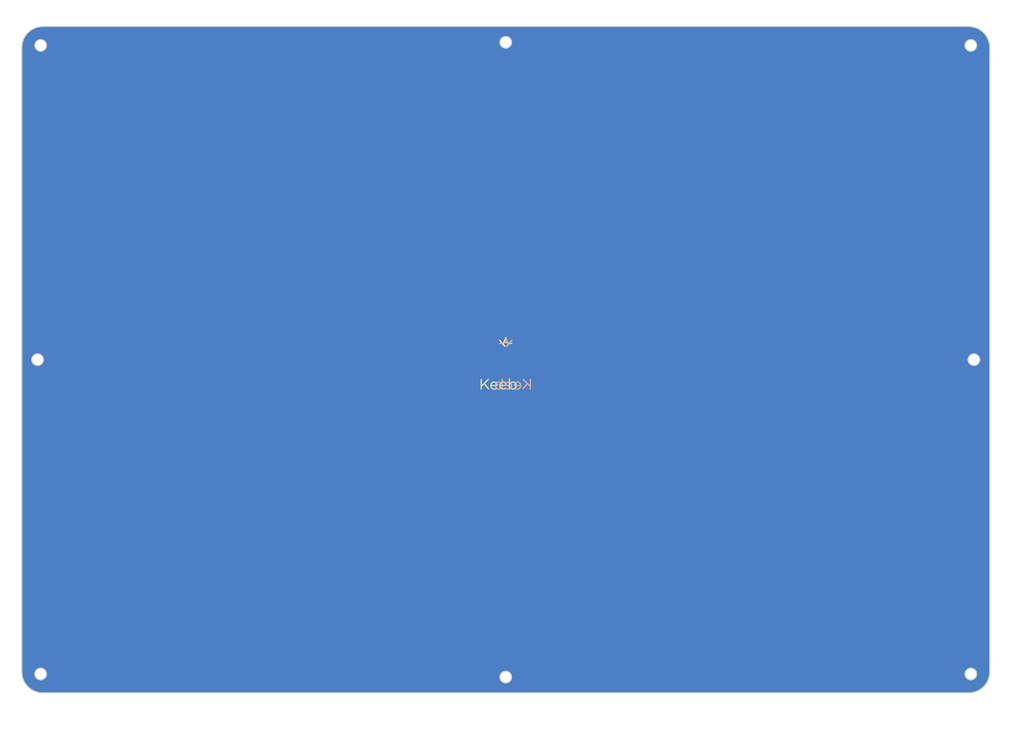
<source format=kicad_pcb>
(kicad_pcb (version 20221018) (generator pcbnew)
  (layers (0 "F.Cu" signal) (31 "B.Cu" signal) (34 "B.Paste" user) (35 "F.Paste" user) (36 "B.SilkS" user "B.Silkscreen") (37 "F.SilkS" user "F.Silkscreen") (38 "B.Mask" user) (39 "F.Mask" user) (44 "Edge.Cuts" user))
  (net 0 "")
  (footprint "Keebio-Art:Keebio-TwoTone" (layer "F.Cu") (at 119.657914 93.761582)
    (fp_text reference "G***" hide)
    (fp_text value "LOGO" hide)
    (fp_poly (pts (xy -0.478468 4.13365) (xy -0.428029 4.136017) (xy -0.389056 4.139502) (xy -0.356084 4.144982) (xy -0.323647 4.153333) (xy -0.291685 4.163588) (xy -0.211835 4.195289) (xy -0.143362 4.233432) (xy -0.081014 4.28127) (xy -0.042333 4.318036) (xy 0.028645 4.40226) (xy 0.086636 4.496947) (xy 0.130871 4.600834) (xy 0.13183 4.603644) (xy 0.151308 4.669315) (xy 0.165587 4.734696) (xy 0.174356 4.796716) (xy 0.177303 4.852305) (xy 0.174119 4.89839) (xy 0.164963 4.930926) (xy 0.159958 4.941778) (xy 0.155174 4.951129) (xy 0.149391 4.959092) (xy 0.141387 4.965777) (xy 0.129942 4.971297) (xy 0.113833 4.975761) (xy 0.09184 4.979283) (xy 0.062741 4.981973) (xy 0.025316 4.983942) (xy -0.021657 4.985302) (xy -0.079398 4.986165) (xy -0.14913 4.986641) (xy -0.232073 4.986843) (xy -0.329448 4.986881) (xy -0.442477 4.986867) (xy -0.448307 4.986867) (xy -0.999834 4.986867) (xy -0.994512 5.018617) (xy -0.971001 5.12002) (xy -0.936491 5.208741) (xy -0.890765 5.285154) (xy -0.833609 5.349632) (xy -0.778054 5.393864) (xy -0.727152 5.425335) (xy -0.678022 5.448157) (xy -0.623609 5.465239) (xy -0.582213 5.474612) (xy -0.487964 5.485208) (xy -0.393156 5.479322) (xy -0.299079 5.457307) (xy -0.207023 5.419512) (xy -0.118278 5.366288) (xy -0.080964 5.338352) (xy -0.050857 5.31521) (xy -0.028891 5.301182) (xy -0.01059 5.294092) (xy 0.008525 5.291763) (xy 0.015057 5.291667) (xy 0.04168 5.29399) (xy 0.061975 5.303408) (xy 0.08128 5.320453) (xy 0.100225 5.342676) (xy 0.108571 5.363815) (xy 0.110067 5.384316) (xy 0.108367 5.405489) (xy 0.101436 5.423568) (xy 0.086528 5.443909) (xy 0.070222 5.461989) (xy 0.008577 5.517834) (xy -0.06569 5.568515) (xy -0.148544 5.611908) (xy -0.235949 5.645889) (xy -0.320552 5.667714) (xy -0.373871 5.674982) (xy -0.436452 5.679052) (xy -0.502503 5.679914) (xy -0.566232 5.677559) (xy -0.621847 5.671976) (xy -0.643467 5.668249) (xy -0.749752 5.638361) (xy -0.847634 5.593907) (xy -0.937659 5.534574) (xy -1.020374 5.460047) (xy -1.037155 5.442121) (xy -1.102608 5.357689) (xy -1.154444 5.263592) (xy -1.19244 5.160528) (xy -1.216373 5.049191) (xy -1.226022 4.930277) (xy -1.224864 4.855633) (xy -1.220558 4.817533) (xy -0.998643 4.817533) (xy -0.0508 4.817533) (xy -0.050859 4.798483) (xy -0.054387 4.766646) (xy -0.063814 4.724505) (xy -0.077643 4.676989) (xy -0.094374 4.629026) (xy -0.11251 4.585545) (xy -0.120697 4.568815) (xy -0.16784 4.493978) (xy -0.224464 4.431547) (xy -0.289267 4.382588) (xy -0.360946 4.348164) (xy -0.407033 4.334859) (xy -0.452659 4.328586) (xy -0.507 4.326915) (xy -0.564289 4.329505) (xy -0.618759 4.336012) (xy -0.664643 4.346094) (xy -0.679236 4.351026) (xy -0.753103 4.388658) (xy -0.819198 4.440594) (xy -0.876708 4.505699) (xy -0.924821 4.58284) (xy -0.962725 4.670883) (xy -0.989609 4.768696) (xy -0.993715 4.790017) (xy -0.998643 4.817533) (xy -1.220558 4.817533) (xy -1.211406 4.73656) (xy -1.183284 4.62592) (xy -1.140426 4.523551) (xy -1.082759 4.429294) (xy -1.010211 4.342988) (xy -0.979498 4.31296) (xy -0.901498 4.248552) (xy -0.821399 4.199199) (xy -0.736923 4.164086) (xy -0.64579 4.142397) (xy -0.545723 4.133316) (xy -0.478468 4.13365)) (stroke (width 0.001)) (fill solid) (layer "F.SilkS"))
    (fp_poly (pts (xy -4.610032 3.635048) (xy -4.574385 3.659744) (xy -4.573062 3.661049) (xy -4.542367 3.69174) (xy -4.538133 4.259817) (xy -4.5339 4.827894) (xy -3.959636 4.239171) (xy -3.87329 4.15081) (xy -3.790985 4.066893) (xy -3.713483 3.988185) (xy -3.641547 3.915447) (xy -3.57594 3.849441) (xy -3.517425 3.79093) (xy -3.466763 3.740677) (xy -3.424719 3.699442) (xy -3.392055 3.66799) (xy -3.369533 3.647082) (xy -3.357917 3.637481) (xy -3.357223 3.637091) (xy -3.315768 3.625746) (xy -3.275922 3.630265) (xy -3.240429 3.649614) (xy -3.212031 3.682761) (xy -3.205877 3.694063) (xy -3.199353 3.707359) (xy -3.194315 3.719323) (xy -3.191548 3.730943) (xy -3.191835 3.743206) (xy -3.195961 3.7571) (xy -3.20471 3.773614) (xy -3.218865 3.793734) (xy -3.239212 3.818449) (xy -3.266535 3.848746) (xy -3.301616 3.885613) (xy -3.345241 3.930039) (xy -3.398194 3.98301) (xy -3.461258 4.045515) (xy -3.535219 4.118542) (xy -3.570374 4.153233) (xy -3.635844 4.21804) (xy -3.697497 4.279439) (xy -3.754308 4.336387) (xy -3.805255 4.387841) (xy -3.849313 4.432755) (xy -3.88546 4.470087) (xy -3.91267 4.498792) (xy -3.929922 4.517826) (xy -3.936191 4.526146) (xy -3.936183 4.52633) (xy -3.930404 4.53419) (xy -3.914796 4.55411) (xy -3.890224 4.585018) (xy -3.85755 4.625841) (xy -3.817637 4.675508) (xy -3.771346 4.732947) (xy -3.719542 4.797084) (xy -3.663086 4.866848) (xy -3.602842 4.941166) (xy -3.556 4.998868) (xy -3.4931 5.076429) (xy -3.433082 5.150674) (xy -3.376846 5.220477) (xy -3.325289 5.284713) (xy -3.27931 5.342254) (xy -3.239806 5.391974) (xy -3.207677 5.432749) (xy -3.183819 5.46345) (xy -3.169132 5.482953) (xy -3.164772 5.489371) (xy -3.15189 5.528514) (xy -3.153266 5.567649) (xy -3.166911 5.603669) (xy -3.190838 5.633469) (xy -3.223062 5.653942) (xy -3.261594 5.661982) (xy -3.274827 5.661432) (xy -3.302091 5.655412) (xy -3.32471 5.645045) (xy -3.328808 5.641918) (xy -3.335217 5.635614) (xy -3.344653 5.625335) (xy -3.357754 5.610298) (xy -3.37516 5.589719) (xy -3.397509 5.562813) (xy -3.425442 5.528798) (xy -3.459596 5.486889) (xy -3.500612 5.436303) (xy -3.549128 5.376256) (xy -3.605783 5.305965) (xy -3.671216 5.224645) (xy -3.746067 5.131513) (xy -3.813715 5.047283) (xy -4.10851 4.680133) (xy -4.322963 4.894463) (xy -4.537416 5.108792) (xy -4.542367 5.595129) (xy -4.563533 5.617769) (xy -4.600888 5.648492) (xy -4.639899 5.662392) (xy -4.680796 5.659523) (xy -4.706438 5.649723) (xy -4.730659 5.632714) (xy -4.750159 5.610813) (xy -4.750856 5.609699) (xy -4.75332 5.605142) (xy -4.755514 5.599373) (xy -4.757453 5.591441) (xy -4.759155 5.580392) (xy -4.760633 5.565274) (xy -4.761904 5.545135) (xy -4.762983 5.51902) (xy -4.763887 5.485979) (xy -4.76463 5.445058) (xy -4.765228 5.395304) (xy -4.765697 5.335765) (xy -4.766052 5.265488) (xy -4.766309 5.183521) (xy -4.766483 5.08891) (xy -4.766591 4.980703) (xy -4.766648 4.857948) (xy -4.766668 4.719691) (xy -4.76667 4.643967) (xy -4.766664 4.497669) (xy -4.766633 4.367349) (xy -4.766563 4.252054) (xy -4.766436 4.150827) (xy -4.766236 4.062714) (xy -4.765947 3.98676) (xy -4.765553 3.92201) (xy -4.765036 3.86751) (xy -4.764382 3.822304) (xy -4.763573 3.785438) (xy -4.762594 3.755956) (xy -4.761428 3.732905) (xy -4.760058 3.715329) (xy -4.758468 3.702273) (xy -4.756643 3.692783) (xy -4.754565 3.685903) (xy -4.752218 3.680679) (xy -4.750143 3.677061) (xy -4.722445 3.646067) (xy -4.687541 3.628524) (xy -4.64891 3.624746) (xy -4.610032 3.635048)) (stroke (width 0.001)) (fill solid) (layer "F.SilkS"))
    (fp_poly (pts (xy -2.138437 4.13646) (xy -2.03358 4.153331) (xy -1.937527 4.184665) (xy -1.850241 4.230484) (xy -1.771689 4.290807) (xy -1.701834 4.365658) (xy -1.640643 4.455057) (xy -1.599839 4.532894) (xy -1.575806 4.588915) (xy -1.55788 4.642585) (xy -1.544538 4.699655) (xy -1.534254 4.765875) (xy -1.531111 4.792133) (xy -1.526342 4.842545) (xy -1.525579 4.879971) (xy -1.529489 4.908024) (xy -1.538736 4.93032) (xy -1.553986 4.950473) (xy -1.561752 4.958579) (xy -1.59004 4.986867) (xy -2.145453 4.986867) (xy -2.256185 4.986887) (xy -2.351182 4.986968) (xy -2.431646 4.987143) (xy -2.498774 4.987444) (xy -2.553768 4.987902) (xy -2.597825 4.98855) (xy -2.632147 4.989419) (xy -2.657931 4.990541) (xy -2.676379 4.991949) (xy -2.688689 4.993675) (xy -2.696061 4.99575) (xy -2.699694 4.998207) (xy -2.700788 5.001077) (xy -2.700807 5.001683) (xy -2.697536 5.029551) (xy -2.688894 5.0679) (xy -2.676395 5.111742) (xy -2.661546 5.156084) (xy -2.64586 5.195938) (xy -2.635195 5.218482) (xy -2.585643 5.295321) (xy -2.524024 5.360306) (xy -2.450479 5.413316) (xy -2.365151 5.454231) (xy -2.352333 5.458966) (xy -2.322891 5.468704) (xy -2.296245 5.475168) (xy -2.267449 5.479024) (xy -2.231556 5.480938) (xy -2.1844 5.481571) (xy -2.134573 5.481198) (xy -2.096485 5.479209) (xy -2.064973 5.475013) (xy -2.034874 5.46802) (xy -2.015365 5.462242) (xy -1.947778 5.437838) (xy -1.887236 5.408167) (xy -1.827285 5.369798) (xy -1.791698 5.343336) (xy -1.759172 5.31889) (xy -1.735531 5.303507) (xy -1.71683 5.295202) (xy -1.699124 5.291987) (xy -1.689124 5.291667) (xy -1.650582 5.299153) (xy -1.620137 5.319602) (xy -1.600274 5.350003) (xy -1.593476 5.387344) (xy -1.595308 5.405431) (xy -1.60251 5.425311) (xy -1.618264 5.447286) (xy -1.644977 5.474496) (xy -1.65589 5.484514) (xy -1.738312 5.548454) (xy -1.831968 5.602563) (xy -1.93306 5.644808) (xy -1.985433 5.660908) (xy -2.021195 5.667771) (xy -2.069126 5.673032) (xy -2.124754 5.676591) (xy -2.183602 5.678347) (xy -2.241195 5.6782) (xy -2.293059 5.676051) (xy -2.334718 5.671799) (xy -2.3495 5.669045) (xy -2.454823 5.637921) (xy -2.548951 5.595231) (xy -2.63412 5.539719) (xy -2.712567 5.470133) (xy -2.722519 5.45985) (xy -2.792563 5.375728) (xy -2.847821 5.28536) (xy -2.889783 5.186104) (xy -2.9055 5.135033) (xy -2.914792 5.08878) (xy -2.921374 5.030337) (xy -2.925212 4.964239) (xy -2.926266 4.895016) (xy -2.924502 4.827203) (xy -2.923114 4.808621) (xy -2.700867 4.808621) (xy -2.693787 4.810776) (xy -2.672304 4.81262) (xy -2.636055 4.81416) (xy -2.584676 4.815402) (xy -2.517803 4.816354) (xy -2.435074 4.817021) (xy -2.336124 4.817412) (xy -2.226215 4.817533) (xy -1.751563 4.817533) (xy -1.757405 4.777317) (xy -1.777882 4.682663) (xy -1.810062 4.596262) (xy -1.85293 4.519431) (xy -1.905472 4.45349) (xy -1.966672 4.399758) (xy -2.035514 4.359554) (xy -2.0955 4.337993) (xy -2.142219 4.329835) (xy -2.198525 4.326527) (xy -2.257819 4.327936) (xy -2.313505 4.333927) (xy -2.355569 4.343275) (xy -2.431605 4.375491) (xy -2.50078 4.42255) (xy -2.561862 4.483329) (xy -2.61362 4.556701) (xy -2.636959 4.600534) (xy -2.654473 4.640927) (xy -2.671028 4.685962) (xy -2.685188 4.730969) (xy -2.695519 4.771273) (xy -2.700587 4.802204) (xy -2.700867 4.808621) (xy -2.923114 4.808621) (xy -2.919882 4.765331) (xy -2.912369 4.713933) (xy -2.909033 4.69919) (xy -2.88169 4.608385) (xy -2.848204 4.529382) (xy -2.805991 4.457678) (xy -2.752471 4.388773) (xy -2.697523 4.330394) (xy -2.623486 4.263878) (xy -2.549549 4.212629) (xy -2.472624 4.175287) (xy -2.389622 4.150488) (xy -2.297453 4.136872) (xy -2.252133 4.134029) (xy -2.138437 4.13646)) (stroke (width 0.001)) (fill solid) (layer "F.SilkS"))
    (fp_poly (pts (xy 0.705928 3.541983) (xy 0.739946 3.557493) (xy 0.744721 3.561242) (xy 0.756086 3.570812) (xy 0.76563 3.579767) (xy 0.773513 3.589598) (xy 0.779894 3.601793) (xy 0.784935 3.617842) (xy 0.788794 3.639235) (xy 0.791631 3.66746) (xy 0.793606 3.704008) (xy 0.79488 3.750368) (xy 0.795611 3.808029) (xy 0.79596 3.87848) (xy 0.796087 3.963212) (xy 0.796135 4.040296) (xy 0.796403 4.449233) (xy 0.814434 4.423833) (xy 0.837211 4.395867) (xy 0.869568 4.361471) (xy 0.90787 4.324003) (xy 0.948485 4.286822) (xy 0.987776 4.253288) (xy 1.02211 4.226758) (xy 1.0414 4.214067) (xy 1.077962 4.19507) (xy 1.121578 4.17562) (xy 1.162993 4.159835) (xy 1.164167 4.15944) (xy 1.192021 4.150597) (xy 1.216621 4.144385) (xy 1.242004 4.140339) (xy 1.272209 4.137994) (xy 1.311274 4.136887) (xy 1.363133 4.136552) (xy 1.413794 4.136623) (xy 1.45166 4.137401) (xy 1.480866 4.139424) (xy 1.505552 4.143232) (xy 1.529852 4.149365) (xy 1.557905 4.158363) (xy 1.5748 4.164163) (xy 1.669636 4.205107) (xy 1.758601 4.259437) (xy 1.839427 4.325133) (xy 1.909845 4.400178) (xy 1.967588 4.482552) (xy 1.998086 4.540904) (xy 2.033841 4.638122) (xy 2.05748 4.743129) (xy 2.069043 4.852696) (xy 2.068572 4.963596) (xy 2.056107 5.072598) (xy 2.031688 5.176473) (xy 1.995356 5.271993) (xy 1.988727 5.285711) (xy 1.936133 5.373393) (xy 1.87059 5.453267) (xy 1.794303 5.523684) (xy 1.709475 5.582996) (xy 1.61831 5.629552) (xy 1.523011 5.661703) (xy 1.47236 5.672212) (xy 1.408483 5.67875) (xy 1.338413 5.679613) (xy 1.270362 5.674934) (xy 1.227667 5.668297) (xy 1.128038 5.639404) (xy 1.034122 5.594946) (xy 0.947113 5.535679) (xy 0.868204 5.462356) (xy 0.828277 5.41579) (xy 0.795867 5.374813) (xy 0.795867 5.470267) (xy 0.795318 5.515578) (xy 0.7933 5.548227) (xy 0.789252 5.57246) (xy 0.782614 5.592522) (xy 0.778559 5.601473) (xy 0.754454 5.634346) (xy 0.722368 5.654865) (xy 0.685959 5.662974) (xy 0.648884 5.65862) (xy 0.6148 5.641747) (xy 0.587366 5.6123) (xy 0.582738 5.604411) (xy 0.580364 5.599382) (xy 0.578246 5.593014) (xy 0.576369 5.584371) (xy 0.574718 5.572513) (xy 0.573279 5.556504) (xy 0.572038 5.535405) (xy 0.570979 5.508278) (xy 0.57009 5.474186) (xy 0.569354 5.432191) (xy 0.568757 5.381354) (xy 0.568286 5.320738) (xy 0.567925 5.249405) (xy 0.56766 5.166417) (xy 0.567477 5.070835) (xy 0.56736 4.961723) (xy 0.56731 4.863934) (xy 0.788704 4.863934) (xy 0.789824 4.946434) (xy 0.79901 5.027808) (xy 0.815999 5.102959) (xy 0.834338 5.153618) (xy 0.877723 5.232086) (xy 0.934118 5.303005) (xy 1.001102 5.364359) (xy 1.076255 5.41413) (xy 1.157156 5.4503) (xy 1.207405 5.464623) (xy 1.259798 5.472164) (xy 1.320893 5.474394) (xy 1.383826 5.471527) (xy 1.441732 5.463778) (xy 1.4732 5.456293) (xy 1.549899 5.425463) (xy 1.621928 5.381076) (xy 1.686168 5.325736) (xy 1.7395 5.262047) (xy 1.772325 5.206608) (xy 1.796464 5.152147) (xy 1.813663 5.099971) (xy 1.825176 5.044725) (xy 1.832255 4.981057) (xy 1.834735 4.940075) (xy 1.833889 4.836727) (xy 1.820617 4.743866) (xy 1.794355 4.659898) (xy 1.754538 4.583223) (xy 1.700601 4.512246) (xy 1.673247 4.483398) (xy 1.614584 4.431037) (xy 1.556185 4.39215) (xy 1.493319 4.364031) (xy 1.434553 4.346978) (xy 1.377098 4.338407) (xy 1.311547 4.336588) (xy 1.244667 4.341197) (xy 1.183225 4.35191) (xy 1.153814 4.36042) (xy 1.077077 4.395425) (xy 1.004567 4.44467) (xy 0.93879 4.505548) (xy 0.882255 4.575454) (xy 0.83747 4.651782) (xy 0.811717 4.715933) (xy 0.795914 4.785401) (xy 0.788704 4.863934) (xy 0.56731 4.863934) (xy 0.567296 4.838143) (xy 0.56727 4.699155) (xy 0.567267 4.60361) (xy 0.567291 4.451812) (xy 0.567372 4.316055) (xy 0.56752 4.195448) (xy 0.567747 4.089099) (xy 0.568062 3.996115) (xy 0.568477 3.915607) (xy 0.569003 3.846681) (xy 0.569651 3.788445) (xy 0.57043 3.740009) (xy 0.571353 3.70048) (xy 0.572431 3.668966) (xy 0.573673 3.644576) (xy 0.575091 3.626417) (xy 0.576696 3.613599) (xy 0.578498 3.605229) (xy 0.579457 3.60248) (xy 0.600834 3.571171) (xy 0.631972 3.54992) (xy 0.668471 3.539824) (xy 0.705928 3.541983)) (stroke (width 0.001)) (fill solid) (layer "F.SilkS"))
    (fp_poly (pts (xy 0.089865 -4.266584) (xy 0.136162 -4.252784) (xy 0.14846 -4.246309) (xy 0.179812 -4.222282) (xy 0.200946 -4.194445) (xy 0.209509 -4.166438) (xy 0.208365 -4.153599) (xy 0.203864 -4.142336) (xy 0.192807 -4.117391) (xy 0.175938 -4.080366) (xy 0.153997 -4.03286) (xy 0.127727 -3.976472) (xy 0.097869 -3.912803) (xy 0.065167 -3.843451) (xy 0.033646 -3.77693) (xy -0.000772 -3.704063) (xy -0.032745 -3.635595) (xy -0.061567 -3.573097) (xy -0.086532 -3.518135) (xy -0.106934 -3.472279) (xy -0.122066 -3.437098) (xy -0.131221 -3.414159) (xy -0.133756 -3.405203) (xy -0.124645 -3.398844) (xy -0.100271 -3.390207) (xy -0.062112 -3.37957) (xy -0.011646 -3.367208) (xy 0.04965 -3.353398) (xy 0.120299 -3.338417) (xy 0.198824 -3.322541) (xy 0.283746 -3.306045) (xy 0.373589 -3.289207) (xy 0.466874 -3.272303) (xy 0.562126 -3.255608) (xy 0.657866 -3.2394) (xy 0.752616 -3.223954) (xy 0.844901 -3.209548) (xy 0.933241 -3.196457) (xy 1.01616 -3.184957) (xy 1.09218 -3.175326) (xy 1.100667 -3.17432) (xy 1.154358 -3.16668) (xy 1.19383 -3.157609) (xy 1.221789 -3.146139) (xy 1.240943 -3.1313) (xy 1.248723 -3.121324) (xy 1.262648 -3.088029) (xy 1.261133 -3.056725) (xy 1.245661 -3.028909) (xy 1.217718 -3.006078) (xy 1.178789 -2.98973) (xy 1.130358 -2.981362) (xy 1.109133 -2.980585) (xy 1.073188 -2.981759) (xy 1.028648 -2.985437) (xy 0.974705 -2.991757) (xy 0.91055 -3.000859) (xy 0.835372 -3.012881) (xy 0.748364 -3.027963) (xy 0.648716 -3.046243) (xy 0.535619 -3.067862) (xy 0.408263 -3.092957) (xy 0.26584 -3.121669) (xy 0.147888 -3.145816) (xy 0.072965 -3.161152) (xy 0.002726 -3.175362) (xy -0.060994 -3.188086) (xy -0.116359 -3.198965) (xy -0.161531 -3.207641) (xy -0.194676 -3.213754) (xy -0.213958 -3.216945) (xy -0.217742 -3.217333) (xy -0.225887 -3.214884) (xy -0.235249 -3.206225) (xy -0.24711 -3.189388) (xy -0.262749 -3.162407) (xy -0.283446 -3.123312) (xy -0.300014 -3.090877) (xy -0.321486 -3.047252) (xy -0.339897 -3.007493) (xy -0.353936 -2.974618) (xy -0.362295 -2.951647) (xy -0.364067 -2.943198) (xy -0.361035 -2.933209) (xy -0.351252 -2.917818) (xy -0.333683 -2.895826) (xy -0.307297 -2.866031) (xy -0.271058 -2.82723) (xy -0.223935 -2.778224) (xy -0.208854 -2.76272) (xy -0.166646 -2.719102) (xy -0.128041 -2.678621) (xy -0.094735 -2.643099) (xy -0.068419 -2.614358) (xy -0.050786 -2.594221) (xy -0.043754 -2.584989) (xy -0.034417 -2.551496) (xy -0.041801 -2.51848) (xy -0.052222 -2.502016) (xy -0.083014 -2.475813) (xy -0.123818 -2.459823) (xy -0.170851 -2.454443) (xy -0.220326 -2.46007) (xy -0.268458 -2.477102) (xy -0.272083 -2.478941) (xy -0.289261 -2.489253) (xy -0.308398 -2.503845) (xy -0.331119 -2.524306) (xy -0.359048 -2.552222) (xy -0.393809 -2.589182) (xy -0.437027 -2.636775) (xy -0.461433 -2.664066) (xy -0.511634 -2.72094) (xy -0.568004 -2.785706) (xy -0.626356 -2.853493) (xy -0.682504 -2.919434) (xy -0.732261 -2.978661) (xy -0.740833 -2.988979) (xy -0.785471 -3.042578) (xy -0.837689 -3.104886) (xy -0.894014 -3.171783) (xy -0.950974 -3.239148) (xy -1.005094 -3.302864) (xy -1.03625 -3.339371) (xy -1.10431 -3.419477) (xy -1.161366 -3.487836) (xy -1.207931 -3.545113) (xy -1.244523 -3.591973) (xy -1.271654 -3.629079) (xy -1.28984 -3.657097) (xy -1.299597 -3.676691) (xy -1.30097 -3.681076) (xy -1.300506 -3.709839) (xy -1.286123 -3.735664) (xy -1.260761 -3.757208) (xy -1.227358 -3.77313) (xy -1.188853 -3.782086) (xy -1.148186 -3.782735) (xy -1.108296 -3.773734) (xy -1.102821 -3.771577) (xy -1.07799 -3.75923) (xy -1.057678 -3.745904) (xy -1.055502 -3.74406) (xy -1.046492 -3.733985) (xy -1.028526 -3.712222) (xy -1.002981 -3.680498) (xy -0.971232 -3.640542) (xy -0.934657 -3.594081) (xy -0.894632 -3.542843) (xy -0.871967 -3.513667) (xy -0.810719 -3.435334) (xy -0.754735 -3.365073) (xy -0.704727 -3.303722) (xy -0.661407 -3.252117) (xy -0.625486 -3.211097) (xy -0.597676 -3.181499) (xy -0.578689 -3.16416) (xy -0.571263 -3.15982) (xy -0.566406 -3.159334) (xy -0.561342 -3.161458) (xy -0.555209 -3.167733) (xy -0.54715 -3.179702) (xy -0.536303 -3.198905) (xy -0.521809 -3.226885) (xy -0.502809 -3.265185) (xy -0.478443 -3.315344) (xy -0.447851 -3.378907) (xy -0.44006 -3.395133) (xy -0.393083 -3.493298) (xy -0.352287 -3.579282) (xy -0.316312 -3.656066) (xy -0.283795 -3.726631) (xy -0.253376 -3.793956) (xy -0.223693 -3.861022) (xy -0.193385 -3.930809) (xy -0.163558 -4.0005) (xy -0.141336 -4.052163) (xy -0.120281 -4.100106) (xy -0.101639 -4.141568) (xy -0.086656 -4.17379) (xy -0.076579 -4.194012) (xy -0.074638 -4.197425) (xy -0.044407 -4.231661) (xy -0.004315 -4.255169) (xy 0.041741 -4.267094) (xy 0.089865 -4.266584)) (stroke (width 0.001)) (fill solid) (layer "F.SilkS"))
  )
  (footprint "Keebio-Art:Keebio-TwoTone" (layer "B.Cu") (at 119.657914 93.761582 180)
    (fp_text reference "G***" hide)
    (fp_text value "LOGO" hide)
    (fp_poly (pts (xy -0.478468 -4.13365) (xy -0.428029 -4.136017) (xy -0.389056 -4.139502) (xy -0.356084 -4.144982) (xy -0.323647 -4.153333) (xy -0.291685 -4.163588) (xy -0.211835 -4.195289) (xy -0.143362 -4.233432) (xy -0.081014 -4.28127) (xy -0.042333 -4.318036) (xy 0.028645 -4.40226) (xy 0.086636 -4.496947) (xy 0.130871 -4.600834) (xy 0.13183 -4.603644) (xy 0.151308 -4.669315) (xy 0.165587 -4.734696) (xy 0.174356 -4.796716) (xy 0.177303 -4.852305) (xy 0.174119 -4.89839) (xy 0.164963 -4.930926) (xy 0.159958 -4.941778) (xy 0.155174 -4.951129) (xy 0.149391 -4.959092) (xy 0.141387 -4.965777) (xy 0.129942 -4.971297) (xy 0.113833 -4.975761) (xy 0.09184 -4.979283) (xy 0.062741 -4.981973) (xy 0.025316 -4.983942) (xy -0.021657 -4.985302) (xy -0.079398 -4.986165) (xy -0.14913 -4.986641) (xy -0.232073 -4.986843) (xy -0.329448 -4.986881) (xy -0.442477 -4.986867) (xy -0.448307 -4.986867) (xy -0.999834 -4.986867) (xy -0.994512 -5.018617) (xy -0.971001 -5.12002) (xy -0.936491 -5.208741) (xy -0.890765 -5.285154) (xy -0.833609 -5.349632) (xy -0.778054 -5.393864) (xy -0.727152 -5.425335) (xy -0.678022 -5.448157) (xy -0.623609 -5.465239) (xy -0.582213 -5.474612) (xy -0.487964 -5.485208) (xy -0.393156 -5.479322) (xy -0.299079 -5.457307) (xy -0.207023 -5.419512) (xy -0.118278 -5.366288) (xy -0.080964 -5.338352) (xy -0.050857 -5.31521) (xy -0.028891 -5.301182) (xy -0.01059 -5.294092) (xy 0.008525 -5.291763) (xy 0.015057 -5.291667) (xy 0.04168 -5.29399) (xy 0.061975 -5.303408) (xy 0.08128 -5.320453) (xy 0.100225 -5.342676) (xy 0.108571 -5.363815) (xy 0.110067 -5.384316) (xy 0.108367 -5.405489) (xy 0.101436 -5.423568) (xy 0.086528 -5.443909) (xy 0.070222 -5.461989) (xy 0.008577 -5.517834) (xy -0.06569 -5.568515) (xy -0.148544 -5.611908) (xy -0.235949 -5.645889) (xy -0.320552 -5.667714) (xy -0.373871 -5.674982) (xy -0.436452 -5.679052) (xy -0.502503 -5.679914) (xy -0.566232 -5.677559) (xy -0.621847 -5.671976) (xy -0.643467 -5.668249) (xy -0.749752 -5.638361) (xy -0.847634 -5.593907) (xy -0.937659 -5.534574) (xy -1.020374 -5.460047) (xy -1.037155 -5.442121) (xy -1.102608 -5.357689) (xy -1.154444 -5.263592) (xy -1.19244 -5.160528) (xy -1.216373 -5.049191) (xy -1.226022 -4.930277) (xy -1.224864 -4.855633) (xy -1.220558 -4.817533) (xy -0.998643 -4.817533) (xy -0.0508 -4.817533) (xy -0.050859 -4.798483) (xy -0.054387 -4.766646) (xy -0.063814 -4.724505) (xy -0.077643 -4.676989) (xy -0.094374 -4.629026) (xy -0.11251 -4.585545) (xy -0.120697 -4.568815) (xy -0.16784 -4.493978) (xy -0.224464 -4.431547) (xy -0.289267 -4.382588) (xy -0.360946 -4.348164) (xy -0.407033 -4.334859) (xy -0.452659 -4.328586) (xy -0.507 -4.326915) (xy -0.564289 -4.329505) (xy -0.618759 -4.336012) (xy -0.664643 -4.346094) (xy -0.679236 -4.351026) (xy -0.753103 -4.388658) (xy -0.819198 -4.440594) (xy -0.876708 -4.505699) (xy -0.924821 -4.58284) (xy -0.962725 -4.670883) (xy -0.989609 -4.768696) (xy -0.993715 -4.790017) (xy -0.998643 -4.817533) (xy -1.220558 -4.817533) (xy -1.211406 -4.73656) (xy -1.183284 -4.62592) (xy -1.140426 -4.523551) (xy -1.082759 -4.429294) (xy -1.010211 -4.342988) (xy -0.979498 -4.31296) (xy -0.901498 -4.248552) (xy -0.821399 -4.199199) (xy -0.736923 -4.164086) (xy -0.64579 -4.142397) (xy -0.545723 -4.133316) (xy -0.478468 -4.13365)) (stroke (width 0.001)) (fill solid) (layer "B.SilkS"))
    (fp_poly (pts (xy -4.610032 -3.635048) (xy -4.574385 -3.659744) (xy -4.573062 -3.661049) (xy -4.542367 -3.69174) (xy -4.538133 -4.259817) (xy -4.5339 -4.827894) (xy -3.959636 -4.239171) (xy -3.87329 -4.15081) (xy -3.790985 -4.066893) (xy -3.713483 -3.988185) (xy -3.641547 -3.915447) (xy -3.57594 -3.849441) (xy -3.517425 -3.79093) (xy -3.466763 -3.740677) (xy -3.424719 -3.699442) (xy -3.392055 -3.66799) (xy -3.369533 -3.647082) (xy -3.357917 -3.637481) (xy -3.357223 -3.637091) (xy -3.315768 -3.625746) (xy -3.275922 -3.630265) (xy -3.240429 -3.649614) (xy -3.212031 -3.682761) (xy -3.205877 -3.694063) (xy -3.199353 -3.707359) (xy -3.194315 -3.719323) (xy -3.191548 -3.730943) (xy -3.191835 -3.743206) (xy -3.195961 -3.7571) (xy -3.20471 -3.773614) (xy -3.218865 -3.793734) (xy -3.239212 -3.818449) (xy -3.266535 -3.848746) (xy -3.301616 -3.885613) (xy -3.345241 -3.930039) (xy -3.398194 -3.98301) (xy -3.461258 -4.045515) (xy -3.535219 -4.118542) (xy -3.570374 -4.153233) (xy -3.635844 -4.21804) (xy -3.697497 -4.279439) (xy -3.754308 -4.336387) (xy -3.805255 -4.387841) (xy -3.849313 -4.432755) (xy -3.88546 -4.470087) (xy -3.91267 -4.498792) (xy -3.929922 -4.517826) (xy -3.936191 -4.526146) (xy -3.936183 -4.52633) (xy -3.930404 -4.53419) (xy -3.914796 -4.55411) (xy -3.890224 -4.585018) (xy -3.85755 -4.625841) (xy -3.817637 -4.675508) (xy -3.771346 -4.732947) (xy -3.719542 -4.797084) (xy -3.663086 -4.866848) (xy -3.602842 -4.941166) (xy -3.556 -4.998868) (xy -3.4931 -5.076429) (xy -3.433082 -5.150674) (xy -3.376846 -5.220477) (xy -3.325289 -5.284713) (xy -3.27931 -5.342254) (xy -3.239806 -5.391974) (xy -3.207677 -5.432749) (xy -3.183819 -5.46345) (xy -3.169132 -5.482953) (xy -3.164772 -5.489371) (xy -3.15189 -5.528514) (xy -3.153266 -5.567649) (xy -3.166911 -5.603669) (xy -3.190838 -5.633469) (xy -3.223062 -5.653942) (xy -3.261594 -5.661982) (xy -3.274827 -5.661432) (xy -3.302091 -5.655412) (xy -3.32471 -5.645045) (xy -3.328808 -5.641918) (xy -3.335217 -5.635614) (xy -3.344653 -5.625335) (xy -3.357754 -5.610298) (xy -3.37516 -5.589719) (xy -3.397509 -5.562813) (xy -3.425442 -5.528798) (xy -3.459596 -5.486889) (xy -3.500612 -5.436303) (xy -3.549128 -5.376256) (xy -3.605783 -5.305965) (xy -3.671216 -5.224645) (xy -3.746067 -5.131513) (xy -3.813715 -5.047283) (xy -4.10851 -4.680133) (xy -4.322963 -4.894463) (xy -4.537416 -5.108792) (xy -4.542367 -5.595129) (xy -4.563533 -5.617769) (xy -4.600888 -5.648492) (xy -4.639899 -5.662392) (xy -4.680796 -5.659523) (xy -4.706438 -5.649723) (xy -4.730659 -5.632714) (xy -4.750159 -5.610813) (xy -4.750856 -5.609699) (xy -4.75332 -5.605142) (xy -4.755514 -5.599373) (xy -4.757453 -5.591441) (xy -4.759155 -5.580392) (xy -4.760633 -5.565274) (xy -4.761904 -5.545135) (xy -4.762983 -5.51902) (xy -4.763887 -5.485979) (xy -4.76463 -5.445058) (xy -4.765228 -5.395304) (xy -4.765697 -5.335765) (xy -4.766052 -5.265488) (xy -4.766309 -5.183521) (xy -4.766483 -5.08891) (xy -4.766591 -4.980703) (xy -4.766648 -4.857948) (xy -4.766668 -4.719691) (xy -4.76667 -4.643967) (xy -4.766664 -4.497669) (xy -4.766633 -4.367349) (xy -4.766563 -4.252054) (xy -4.766436 -4.150827) (xy -4.766236 -4.062714) (xy -4.765947 -3.98676) (xy -4.765553 -3.92201) (xy -4.765036 -3.86751) (xy -4.764382 -3.822304) (xy -4.763573 -3.785438) (xy -4.762594 -3.755956) (xy -4.761428 -3.732905) (xy -4.760058 -3.715329) (xy -4.758468 -3.702273) (xy -4.756643 -3.692783) (xy -4.754565 -3.685903) (xy -4.752218 -3.680679) (xy -4.750143 -3.677061) (xy -4.722445 -3.646067) (xy -4.687541 -3.628524) (xy -4.64891 -3.624746) (xy -4.610032 -3.635048)) (stroke (width 0.001)) (fill solid) (layer "B.SilkS"))
    (fp_poly (pts (xy -2.138437 -4.13646) (xy -2.03358 -4.153331) (xy -1.937527 -4.184665) (xy -1.850241 -4.230484) (xy -1.771689 -4.290807) (xy -1.701834 -4.365658) (xy -1.640643 -4.455057) (xy -1.599839 -4.532894) (xy -1.575806 -4.588915) (xy -1.55788 -4.642585) (xy -1.544538 -4.699655) (xy -1.534254 -4.765875) (xy -1.531111 -4.792133) (xy -1.526342 -4.842545) (xy -1.525579 -4.879971) (xy -1.529489 -4.908024) (xy -1.538736 -4.93032) (xy -1.553986 -4.950473) (xy -1.561752 -4.958579) (xy -1.59004 -4.986867) (xy -2.145453 -4.986867) (xy -2.256185 -4.986887) (xy -2.351182 -4.986968) (xy -2.431646 -4.987143) (xy -2.498774 -4.987444) (xy -2.553768 -4.987902) (xy -2.597825 -4.98855) (xy -2.632147 -4.989419) (xy -2.657931 -4.990541) (xy -2.676379 -4.991949) (xy -2.688689 -4.993675) (xy -2.696061 -4.99575) (xy -2.699694 -4.998207) (xy -2.700788 -5.001077) (xy -2.700807 -5.001683) (xy -2.697536 -5.029551) (xy -2.688894 -5.0679) (xy -2.676395 -5.111742) (xy -2.661546 -5.156084) (xy -2.64586 -5.195938) (xy -2.635195 -5.218482) (xy -2.585643 -5.295321) (xy -2.524024 -5.360306) (xy -2.450479 -5.413316) (xy -2.365151 -5.454231) (xy -2.352333 -5.458966) (xy -2.322891 -5.468704) (xy -2.296245 -5.475168) (xy -2.267449 -5.479024) (xy -2.231556 -5.480938) (xy -2.1844 -5.481571) (xy -2.134573 -5.481198) (xy -2.096485 -5.479209) (xy -2.064973 -5.475013) (xy -2.034874 -5.46802) (xy -2.015365 -5.462242) (xy -1.947778 -5.437838) (xy -1.887236 -5.408167) (xy -1.827285 -5.369798) (xy -1.791698 -5.343336) (xy -1.759172 -5.31889) (xy -1.735531 -5.303507) (xy -1.71683 -5.295202) (xy -1.699124 -5.291987) (xy -1.689124 -5.291667) (xy -1.650582 -5.299153) (xy -1.620137 -5.319602) (xy -1.600274 -5.350003) (xy -1.593476 -5.387344) (xy -1.595308 -5.405431) (xy -1.60251 -5.425311) (xy -1.618264 -5.447286) (xy -1.644977 -5.474496) (xy -1.65589 -5.484514) (xy -1.738312 -5.548454) (xy -1.831968 -5.602563) (xy -1.93306 -5.644808) (xy -1.985433 -5.660908) (xy -2.021195 -5.667771) (xy -2.069126 -5.673032) (xy -2.124754 -5.676591) (xy -2.183602 -5.678347) (xy -2.241195 -5.6782) (xy -2.293059 -5.676051) (xy -2.334718 -5.671799) (xy -2.3495 -5.669045) (xy -2.454823 -5.637921) (xy -2.548951 -5.595231) (xy -2.63412 -5.539719) (xy -2.712567 -5.470133) (xy -2.722519 -5.45985) (xy -2.792563 -5.375728) (xy -2.847821 -5.28536) (xy -2.889783 -5.186104) (xy -2.9055 -5.135033) (xy -2.914792 -5.08878) (xy -2.921374 -5.030337) (xy -2.925212 -4.964239) (xy -2.926266 -4.895016) (xy -2.924502 -4.827203) (xy -2.923114 -4.808621) (xy -2.700867 -4.808621) (xy -2.693787 -4.810776) (xy -2.672304 -4.81262) (xy -2.636055 -4.81416) (xy -2.584676 -4.815402) (xy -2.517803 -4.816354) (xy -2.435074 -4.817021) (xy -2.336124 -4.817412) (xy -2.226215 -4.817533) (xy -1.751563 -4.817533) (xy -1.757405 -4.777317) (xy -1.777882 -4.682663) (xy -1.810062 -4.596262) (xy -1.85293 -4.519431) (xy -1.905472 -4.45349) (xy -1.966672 -4.399758) (xy -2.035514 -4.359554) (xy -2.0955 -4.337993) (xy -2.142219 -4.329835) (xy -2.198525 -4.326527) (xy -2.257819 -4.327936) (xy -2.313505 -4.333927) (xy -2.355569 -4.343275) (xy -2.431605 -4.375491) (xy -2.50078 -4.42255) (xy -2.561862 -4.483329) (xy -2.61362 -4.556701) (xy -2.636959 -4.600534) (xy -2.654473 -4.640927) (xy -2.671028 -4.685962) (xy -2.685188 -4.730969) (xy -2.695519 -4.771273) (xy -2.700587 -4.802204) (xy -2.700867 -4.808621) (xy -2.923114 -4.808621) (xy -2.919882 -4.765331) (xy -2.912369 -4.713933) (xy -2.909033 -4.69919) (xy -2.88169 -4.608385) (xy -2.848204 -4.529382) (xy -2.805991 -4.457678) (xy -2.752471 -4.388773) (xy -2.697523 -4.330394) (xy -2.623486 -4.263878) (xy -2.549549 -4.212629) (xy -2.472624 -4.175287) (xy -2.389622 -4.150488) (xy -2.297453 -4.136872) (xy -2.252133 -4.134029) (xy -2.138437 -4.13646)) (stroke (width 0.001)) (fill solid) (layer "B.SilkS"))
    (fp_poly (pts (xy 0.705928 -3.541983) (xy 0.739946 -3.557493) (xy 0.744721 -3.561242) (xy 0.756086 -3.570812) (xy 0.76563 -3.579767) (xy 0.773513 -3.589598) (xy 0.779894 -3.601793) (xy 0.784935 -3.617842) (xy 0.788794 -3.639235) (xy 0.791631 -3.66746) (xy 0.793606 -3.704008) (xy 0.79488 -3.750368) (xy 0.795611 -3.808029) (xy 0.79596 -3.87848) (xy 0.796087 -3.963212) (xy 0.796135 -4.040296) (xy 0.796403 -4.449233) (xy 0.814434 -4.423833) (xy 0.837211 -4.395867) (xy 0.869568 -4.361471) (xy 0.90787 -4.324003) (xy 0.948485 -4.286822) (xy 0.987776 -4.253288) (xy 1.02211 -4.226758) (xy 1.0414 -4.214067) (xy 1.077962 -4.19507) (xy 1.121578 -4.17562) (xy 1.162993 -4.159835) (xy 1.164167 -4.15944) (xy 1.192021 -4.150597) (xy 1.216621 -4.144385) (xy 1.242004 -4.140339) (xy 1.272209 -4.137994) (xy 1.311274 -4.136887) (xy 1.363133 -4.136552) (xy 1.413794 -4.136623) (xy 1.45166 -4.137401) (xy 1.480866 -4.139424) (xy 1.505552 -4.143232) (xy 1.529852 -4.149365) (xy 1.557905 -4.158363) (xy 1.5748 -4.164163) (xy 1.669636 -4.205107) (xy 1.758601 -4.259437) (xy 1.839427 -4.325133) (xy 1.909845 -4.400178) (xy 1.967588 -4.482552) (xy 1.998086 -4.540904) (xy 2.033841 -4.638122) (xy 2.05748 -4.743129) (xy 2.069043 -4.852696) (xy 2.068572 -4.963596) (xy 2.056107 -5.072598) (xy 2.031688 -5.176473) (xy 1.995356 -5.271993) (xy 1.988727 -5.285711) (xy 1.936133 -5.373393) (xy 1.87059 -5.453267) (xy 1.794303 -5.523684) (xy 1.709475 -5.582996) (xy 1.61831 -5.629552) (xy 1.523011 -5.661703) (xy 1.47236 -5.672212) (xy 1.408483 -5.67875) (xy 1.338413 -5.679613) (xy 1.270362 -5.674934) (xy 1.227667 -5.668297) (xy 1.128038 -5.639404) (xy 1.034122 -5.594946) (xy 0.947113 -5.535679) (xy 0.868204 -5.462356) (xy 0.828277 -5.41579) (xy 0.795867 -5.374813) (xy 0.795867 -5.470267) (xy 0.795318 -5.515578) (xy 0.7933 -5.548227) (xy 0.789252 -5.57246) (xy 0.782614 -5.592522) (xy 0.778559 -5.601473) (xy 0.754454 -5.634346) (xy 0.722368 -5.654865) (xy 0.685959 -5.662974) (xy 0.648884 -5.65862) (xy 0.6148 -5.641747) (xy 0.587366 -5.6123) (xy 0.582738 -5.604411) (xy 0.580364 -5.599382) (xy 0.578246 -5.593014) (xy 0.576369 -5.584371) (xy 0.574718 -5.572513) (xy 0.573279 -5.556504) (xy 0.572038 -5.535405) (xy 0.570979 -5.508278) (xy 0.57009 -5.474186) (xy 0.569354 -5.432191) (xy 0.568757 -5.381354) (xy 0.568286 -5.320738) (xy 0.567925 -5.249405) (xy 0.56766 -5.166417) (xy 0.567477 -5.070835) (xy 0.56736 -4.961723) (xy 0.56731 -4.863934) (xy 0.788704 -4.863934) (xy 0.789824 -4.946434) (xy 0.79901 -5.027808) (xy 0.815999 -5.102959) (xy 0.834338 -5.153618) (xy 0.877723 -5.232086) (xy 0.934118 -5.303005) (xy 1.001102 -5.364359) (xy 1.076255 -5.41413) (xy 1.157156 -5.4503) (xy 1.207405 -5.464623) (xy 1.259798 -5.472164) (xy 1.320893 -5.474394) (xy 1.383826 -5.471527) (xy 1.441732 -5.463778) (xy 1.4732 -5.456293) (xy 1.549899 -5.425463) (xy 1.621928 -5.381076) (xy 1.686168 -5.325736) (xy 1.7395 -5.262047) (xy 1.772325 -5.206608) (xy 1.796464 -5.152147) (xy 1.813663 -5.099971) (xy 1.825176 -5.044725) (xy 1.832255 -4.981057) (xy 1.834735 -4.940075) (xy 1.833889 -4.836727) (xy 1.820617 -4.743866) (xy 1.794355 -4.659898) (xy 1.754538 -4.583223) (xy 1.700601 -4.512246) (xy 1.673247 -4.483398) (xy 1.614584 -4.431037) (xy 1.556185 -4.39215) (xy 1.493319 -4.364031) (xy 1.434553 -4.346978) (xy 1.377098 -4.338407) (xy 1.311547 -4.336588) (xy 1.244667 -4.341197) (xy 1.183225 -4.35191) (xy 1.153814 -4.36042) (xy 1.077077 -4.395425) (xy 1.004567 -4.44467) (xy 0.93879 -4.505548) (xy 0.882255 -4.575454) (xy 0.83747 -4.651782) (xy 0.811717 -4.715933) (xy 0.795914 -4.785401) (xy 0.788704 -4.863934) (xy 0.56731 -4.863934) (xy 0.567296 -4.838143) (xy 0.56727 -4.699155) (xy 0.567267 -4.60361) (xy 0.567291 -4.451812) (xy 0.567372 -4.316055) (xy 0.56752 -4.195448) (xy 0.567747 -4.089099) (xy 0.568062 -3.996115) (xy 0.568477 -3.915607) (xy 0.569003 -3.846681) (xy 0.569651 -3.788445) (xy 0.57043 -3.740009) (xy 0.571353 -3.70048) (xy 0.572431 -3.668966) (xy 0.573673 -3.644576) (xy 0.575091 -3.626417) (xy 0.576696 -3.613599) (xy 0.578498 -3.605229) (xy 0.579457 -3.60248) (xy 0.600834 -3.571171) (xy 0.631972 -3.54992) (xy 0.668471 -3.539824) (xy 0.705928 -3.541983)) (stroke (width 0.001)) (fill solid) (layer "B.SilkS"))
    (fp_poly (pts (xy 0.089865 4.266584) (xy 0.136162 4.252784) (xy 0.14846 4.246309) (xy 0.179812 4.222282) (xy 0.200946 4.194445) (xy 0.209509 4.166438) (xy 0.208365 4.153599) (xy 0.203864 4.142336) (xy 0.192807 4.117391) (xy 0.175938 4.080366) (xy 0.153997 4.03286) (xy 0.127727 3.976472) (xy 0.097869 3.912803) (xy 0.065167 3.843451) (xy 0.033646 3.77693) (xy -0.000772 3.704063) (xy -0.032745 3.635595) (xy -0.061567 3.573097) (xy -0.086532 3.518135) (xy -0.106934 3.472279) (xy -0.122066 3.437098) (xy -0.131221 3.414159) (xy -0.133756 3.405203) (xy -0.124645 3.398844) (xy -0.100271 3.390207) (xy -0.062112 3.37957) (xy -0.011646 3.367208) (xy 0.04965 3.353398) (xy 0.120299 3.338417) (xy 0.198824 3.322541) (xy 0.283746 3.306045) (xy 0.373589 3.289207) (xy 0.466874 3.272303) (xy 0.562126 3.255608) (xy 0.657866 3.2394) (xy 0.752616 3.223954) (xy 0.844901 3.209548) (xy 0.933241 3.196457) (xy 1.01616 3.184957) (xy 1.09218 3.175326) (xy 1.100667 3.17432) (xy 1.154358 3.16668) (xy 1.19383 3.157609) (xy 1.221789 3.146139) (xy 1.240943 3.1313) (xy 1.248723 3.121324) (xy 1.262648 3.088029) (xy 1.261133 3.056725) (xy 1.245661 3.028909) (xy 1.217718 3.006078) (xy 1.178789 2.98973) (xy 1.130358 2.981362) (xy 1.109133 2.980585) (xy 1.073188 2.981759) (xy 1.028648 2.985437) (xy 0.974705 2.991757) (xy 0.91055 3.000859) (xy 0.835372 3.012881) (xy 0.748364 3.027963) (xy 0.648716 3.046243) (xy 0.535619 3.067862) (xy 0.408263 3.092957) (xy 0.26584 3.121669) (xy 0.147888 3.145816) (xy 0.072965 3.161152) (xy 0.002726 3.175362) (xy -0.060994 3.188086) (xy -0.116359 3.198965) (xy -0.161531 3.207641) (xy -0.194676 3.213754) (xy -0.213958 3.216945) (xy -0.217742 3.217333) (xy -0.225887 3.214884) (xy -0.235249 3.206225) (xy -0.24711 3.189388) (xy -0.262749 3.162407) (xy -0.283446 3.123312) (xy -0.300014 3.090877) (xy -0.321486 3.047252) (xy -0.339897 3.007493) (xy -0.353936 2.974618) (xy -0.362295 2.951647) (xy -0.364067 2.943198) (xy -0.361035 2.933209) (xy -0.351252 2.917818) (xy -0.333683 2.895826) (xy -0.307297 2.866031) (xy -0.271058 2.82723) (xy -0.223935 2.778224) (xy -0.208854 2.76272) (xy -0.166646 2.719102) (xy -0.128041 2.678621) (xy -0.094735 2.643099) (xy -0.068419 2.614358) (xy -0.050786 2.594221) (xy -0.043754 2.584989) (xy -0.034417 2.551496) (xy -0.041801 2.51848) (xy -0.052222 2.502016) (xy -0.083014 2.475813) (xy -0.123818 2.459823) (xy -0.170851 2.454443) (xy -0.220326 2.46007) (xy -0.268458 2.477102) (xy -0.272083 2.478941) (xy -0.289261 2.489253) (xy -0.308398 2.503845) (xy -0.331119 2.524306) (xy -0.359048 2.552222) (xy -0.393809 2.589182) (xy -0.437027 2.636775) (xy -0.461433 2.664066) (xy -0.511634 2.72094) (xy -0.568004 2.785706) (xy -0.626356 2.853493) (xy -0.682504 2.919434) (xy -0.732261 2.978661) (xy -0.740833 2.988979) (xy -0.785471 3.042578) (xy -0.837689 3.104886) (xy -0.894014 3.171783) (xy -0.950974 3.239148) (xy -1.005094 3.302864) (xy -1.03625 3.339371) (xy -1.10431 3.419477) (xy -1.161366 3.487836) (xy -1.207931 3.545113) (xy -1.244523 3.591973) (xy -1.271654 3.629079) (xy -1.28984 3.657097) (xy -1.299597 3.676691) (xy -1.30097 3.681076) (xy -1.300506 3.709839) (xy -1.286123 3.735664) (xy -1.260761 3.757208) (xy -1.227358 3.77313) (xy -1.188853 3.782086) (xy -1.148186 3.782735) (xy -1.108296 3.773734) (xy -1.102821 3.771577) (xy -1.07799 3.75923) (xy -1.057678 3.745904) (xy -1.055502 3.74406) (xy -1.046492 3.733985) (xy -1.028526 3.712222) (xy -1.002981 3.680498) (xy -0.971232 3.640542) (xy -0.934657 3.594081) (xy -0.894632 3.542843) (xy -0.871967 3.513667) (xy -0.810719 3.435334) (xy -0.754735 3.365073) (xy -0.704727 3.303722) (xy -0.661407 3.252117) (xy -0.625486 3.211097) (xy -0.597676 3.181499) (xy -0.578689 3.16416) (xy -0.571263 3.15982) (xy -0.566406 3.159334) (xy -0.561342 3.161458) (xy -0.555209 3.167733) (xy -0.54715 3.179702) (xy -0.536303 3.198905) (xy -0.521809 3.226885) (xy -0.502809 3.265185) (xy -0.478443 3.315344) (xy -0.447851 3.378907) (xy -0.44006 3.395133) (xy -0.393083 3.493298) (xy -0.352287 3.579282) (xy -0.316312 3.656066) (xy -0.283795 3.726631) (xy -0.253376 3.793956) (xy -0.223693 3.861022) (xy -0.193385 3.930809) (xy -0.163558 4.0005) (xy -0.141336 4.052163) (xy -0.120281 4.100106) (xy -0.101639 4.141568) (xy -0.086656 4.17379) (xy -0.076579 4.194012) (xy -0.074638 4.197425) (xy -0.044407 4.231661) (xy -0.004315 4.255169) (xy 0.041741 4.267094) (xy 0.089865 4.266584)) (stroke (width 0.001)) (fill solid) (layer "B.SilkS"))
  )
  (gr_curve (pts (xy 207.796841 154.425515) (xy 207.189328 154.425515) (xy 206.696841 153.933029) (xy 206.696841 153.325515)) (stroke (width 0.2)) (layer "Edge.Cuts"))
  (gr_curve (pts (xy 120.757914 153.911643) (xy 120.757914 154.519156) (xy 120.265427 155.011643) (xy 119.657914 155.011643)) (stroke (width 0.2)) (layer "Edge.Cuts"))
  (gr_curve (pts (xy 207.382978 30.611576) (xy 209.592117 30.611576) (xy 211.382978 32.402437) (xy 211.382978 34.611576)) (stroke (width 0.2)) (layer "Edge.Cuts"))
  (gr_curve (pts (xy 32.620236 153.324254) (xy 32.620236 153.931767) (xy 32.12775 154.424254) (xy 31.520236 154.424254)) (stroke (width 0.2)) (layer "Edge.Cuts"))
  (gr_curve (pts (xy 206.69558 34.198912) (xy 206.69558 33.591399) (xy 207.188067 33.098912) (xy 207.79558 33.098912)) (stroke (width 0.2)) (layer "Edge.Cuts"))
  (gr_curve (pts (xy 118.557914 33.61158) (xy 118.557914 33.004067) (xy 119.050401 32.51158) (xy 119.657914 32.51158)) (stroke (width 0.2)) (layer "Edge.Cuts"))
  (gr_curve (pts (xy 208.896841 153.325515) (xy 208.896841 153.933029) (xy 208.404354 154.425515) (xy 207.796841 154.425515)) (stroke (width 0.2)) (layer "Edge.Cuts"))
  (gr_curve (pts (xy 207.79558 33.098912) (xy 208.403093 33.098912) (xy 208.89558 33.591399) (xy 208.89558 34.198912)) (stroke (width 0.2)) (layer "Edge.Cuts"))
  (gr_curve (pts (xy 206.696841 153.325515) (xy 206.696841 152.718002) (xy 207.189328 152.225515) (xy 207.796841 152.225515)) (stroke (width 0.2)) (layer "Edge.Cuts"))
  (gr_curve (pts (xy 31.520236 154.424254) (xy 30.912723 154.424254) (xy 30.420236 153.931767) (xy 30.420236 153.324254)) (stroke (width 0.2)) (layer "Edge.Cuts"))
  (gr_curve (pts (xy 30.418725 34.1974) (xy 30.418725 33.589887) (xy 30.911212 33.0974) (xy 31.518725 33.0974)) (stroke (width 0.2)) (layer "Edge.Cuts"))
  (gr_curve (pts (xy 31.932849 30.611576) (xy 31.932849 30.611576) (xy 207.382978 30.611576) (xy 207.382978 30.611576)) (stroke (width 0.2)) (layer "Edge.Cuts"))
  (gr_curve (pts (xy 207.796841 152.225515) (xy 208.404354 152.225515) (xy 208.896841 152.718002) (xy 208.896841 153.325515)) (stroke (width 0.2)) (layer "Edge.Cuts"))
  (gr_curve (pts (xy 31.932849 156.911704) (xy 29.72371 156.911704) (xy 27.932849 155.120843) (xy 27.932849 152.911704)) (stroke (width 0.2)) (layer "Edge.Cuts"))
  (gr_curve (pts (xy 211.382978 34.611576) (xy 211.382978 34.611576) (xy 211.382978 152.911704) (xy 211.382978 152.911704)) (stroke (width 0.2)) (layer "Edge.Cuts"))
  (gr_curve (pts (xy 27.932849 152.911704) (xy 27.932849 152.911704) (xy 27.932849 34.611576) (xy 27.932849 34.611576)) (stroke (width 0.2)) (layer "Edge.Cuts"))
  (gr_curve (pts (xy 118.557914 153.911643) (xy 118.557914 153.30413) (xy 119.050401 152.811643) (xy 119.657914 152.811643)) (stroke (width 0.2)) (layer "Edge.Cuts"))
  (gr_curve (pts (xy 31.518725 33.0974) (xy 32.126238 33.0974) (xy 32.618725 33.589887) (xy 32.618725 34.1974)) (stroke (width 0.2)) (layer "Edge.Cuts"))
  (gr_curve (pts (xy 207.282943 93.761582) (xy 207.282943 93.154069) (xy 207.77543 92.661582) (xy 208.382943 92.661582)) (stroke (width 0.2)) (layer "Edge.Cuts"))
  (gr_curve (pts (xy 208.89558 34.198912) (xy 208.89558 34.806425) (xy 208.403093 35.298912) (xy 207.79558 35.298912)) (stroke (width 0.2)) (layer "Edge.Cuts"))
  (gr_curve (pts (xy 209.482943 93.761582) (xy 209.482943 94.369096) (xy 208.990456 94.861582) (xy 208.382943 94.861582)) (stroke (width 0.2)) (layer "Edge.Cuts"))
  (gr_curve (pts (xy 208.382943 92.661582) (xy 208.990456 92.661582) (xy 209.482943 93.154069) (xy 209.482943 93.761582)) (stroke (width 0.2)) (layer "Edge.Cuts"))
  (gr_curve (pts (xy 30.932879 92.661639) (xy 31.540392 92.661639) (xy 32.032879 93.154126) (xy 32.032879 93.761639)) (stroke (width 0.2)) (layer "Edge.Cuts"))
  (gr_curve (pts (xy 32.032879 93.761639) (xy 32.032879 94.369153) (xy 31.540392 94.861639) (xy 30.932879 94.861639)) (stroke (width 0.2)) (layer "Edge.Cuts"))
  (gr_curve (pts (xy 208.382943 94.861582) (xy 207.77543 94.861582) (xy 207.282943 94.369096) (xy 207.282943 93.761582)) (stroke (width 0.2)) (layer "Edge.Cuts"))
  (gr_curve (pts (xy 207.79558 35.298912) (xy 207.188067 35.298912) (xy 206.69558 34.806425) (xy 206.69558 34.198912)) (stroke (width 0.2)) (layer "Edge.Cuts"))
  (gr_curve (pts (xy 31.518725 35.2974) (xy 30.911212 35.2974) (xy 30.418725 34.804913) (xy 30.418725 34.1974)) (stroke (width 0.2)) (layer "Edge.Cuts"))
  (gr_curve (pts (xy 30.932879 94.861639) (xy 30.325366 94.861639) (xy 29.832879 94.369153) (xy 29.832879 93.761639)) (stroke (width 0.2)) (layer "Edge.Cuts"))
  (gr_curve (pts (xy 27.932849 34.611576) (xy 27.932849 32.402437) (xy 29.72371 30.611576) (xy 31.932849 30.611576)) (stroke (width 0.2)) (layer "Edge.Cuts"))
  (gr_curve (pts (xy 211.382978 152.911704) (xy 211.382978 155.120843) (xy 209.592117 156.911704) (xy 207.382978 156.911704)) (stroke (width 0.2)) (layer "Edge.Cuts"))
  (gr_curve (pts (xy 119.657914 155.011643) (xy 119.050401 155.011643) (xy 118.557914 154.519156) (xy 118.557914 153.911643)) (stroke (width 0.2)) (layer "Edge.Cuts"))
  (gr_curve (pts (xy 30.420236 153.324254) (xy 30.420236 152.716741) (xy 30.912723 152.224254) (xy 31.520236 152.224254)) (stroke (width 0.2)) (layer "Edge.Cuts"))
  (gr_curve (pts (xy 207.382978 156.911704) (xy 207.382978 156.911704) (xy 31.932849 156.911704) (xy 31.932849 156.911704)) (stroke (width 0.2)) (layer "Edge.Cuts"))
  (gr_curve (pts (xy 120.757914 33.61158) (xy 120.757914 34.219093) (xy 120.265427 34.71158) (xy 119.657914 34.71158)) (stroke (width 0.2)) (layer "Edge.Cuts"))
  (gr_curve (pts (xy 32.618725 34.1974) (xy 32.618725 34.804913) (xy 32.126238 35.2974) (xy 31.518725 35.2974)) (stroke (width 0.2)) (layer "Edge.Cuts"))
  (gr_curve (pts (xy 119.657914 152.811643) (xy 120.265427 152.811643) (xy 120.757914 153.30413) (xy 120.757914 153.911643)) (stroke (width 0.2)) (layer "Edge.Cuts"))
  (gr_curve (pts (xy 119.657914 34.71158) (xy 119.050401 34.71158) (xy 118.557914 34.219093) (xy 118.557914 33.61158)) (stroke (width 0.2)) (layer "Edge.Cuts"))
  (gr_curve (pts (xy 29.832879 93.761639) (xy 29.832879 93.154126) (xy 30.325366 92.661639) (xy 30.932879 92.661639)) (stroke (width 0.2)) (layer "Edge.Cuts"))
  (gr_curve (pts (xy 31.520236 152.224254) (xy 32.12775 152.224254) (xy 32.620236 152.716741) (xy 32.620236 153.324254)) (stroke (width 0.2)) (layer "Edge.Cuts"))
  (gr_curve (pts (xy 119.657914 32.51158) (xy 120.265427 32.51158) (xy 120.757914 33.004067) (xy 120.757914 33.61158)) (stroke (width 0.2)) (layer "Edge.Cuts"))
  (zone (net 0) (net_name "") (layers "F&B.Cu") (connect_pads (clearance 0.508)) (min_thickness 0.254) (fill yes (thermal_gap 0.508) (thermal_bridge_width 0.508))
    (polygon (pts (xy 217.884558 165.496736) (xy 23.81252 165.496736) (xy 23.81252 25.598416) (xy 217.884558 25.598416)))
  )
)
</source>
